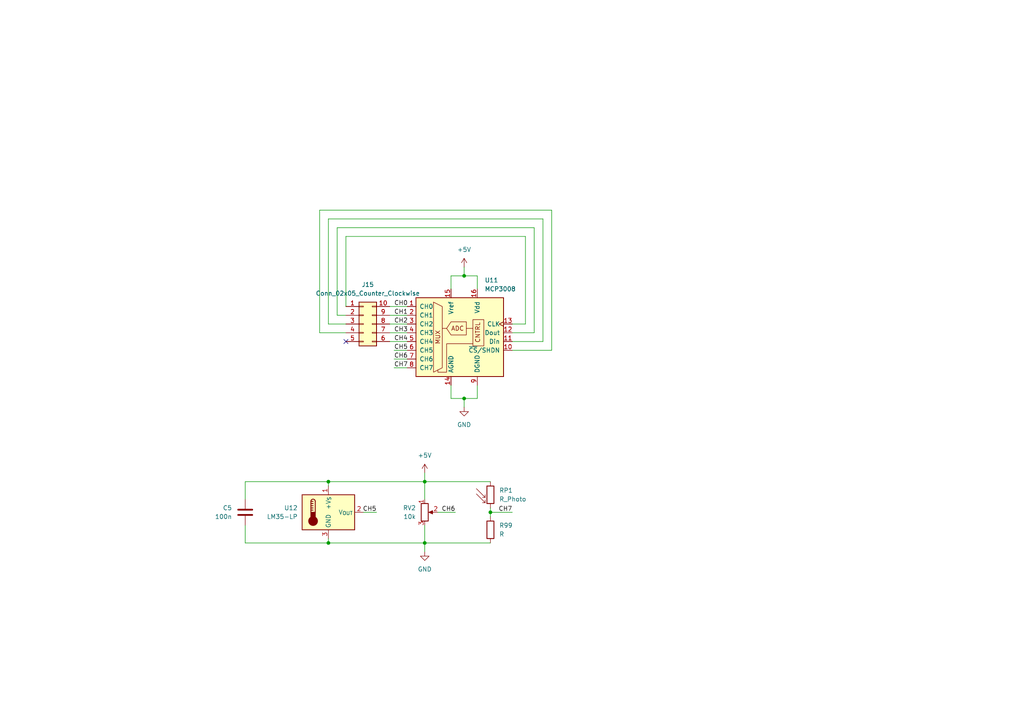
<source format=kicad_sch>
(kicad_sch (version 20250114) (generator "eeschema") (generator_version "9.0")
  (paper "A4")
  (lib_symbols
    (symbol "Analog_ADC:MCP3008" (pin_names (offset 1.016))
      (property "Reference" "U" (at -5.08 13.335 0))
      (property "Value" "MCP3008" (at -5.08 11.43 0))
      (symbol "MCP3008_0_0"
        (text "MUX" (at -6.35 -1.27 900) (effects (font (size 1.27 1.27))))
        (text "ADC" (at -0.635 1.27 0) (effects (font (size 1.27 1.27))))
        (text "CNTRL" (at 5.969 -2.921 900) (effects (font (size 1.27 1.27)) (justify left bottom)))
      )
      (symbol "MCP3008_0_1"
        (polyline (pts (xy -7.62 8.89) (xy -7.62 -11.43) (xy -5.08 -10.16) (xy -5.08 7.62) (xy -7.62 8.89)))
        (polyline (pts (xy -3.81 1.27) (xy -5.08 1.27)))
        (polyline (pts (xy 1.905 3.175) (xy 1.905 -0.635) (xy -2.54 -0.635) (xy -3.81 1.27) (xy -2.54 3.175) (xy 1.905 3.175)))
        (polyline (pts (xy 1.905 1.27) (xy 3.81 1.27)))
        (polyline (pts (xy 3.81 -3.175) (xy -3.81 -3.175) (xy -3.81 -11.43) (xy -6.35 -11.43) (xy -6.35 -10.795)))
        (rectangle (start 3.81 -3.81) (end 6.985 3.81))
        (rectangle (start 12.7 -12.7) (end -12.7 10.16) (stroke (width 0.254)) (fill (type background)))
      )
      (symbol "MCP3008_1_1"
        (pin input line (at -15.24 7.62 0) (length 2.54) (name "CH0") (number "1"))
        (pin input line (at -15.24 5.08 0) (length 2.54) (name "CH1") (number "2"))
        (pin input line (at -15.24 2.54 0) (length 2.54) (name "CH2") (number "3"))
        (pin input line (at -15.24 0 0) (length 2.54) (name "CH3") (number "4"))
        (pin input line (at -15.24 -2.54 0) (length 2.54) (name "CH4") (number "5"))
        (pin input line (at -15.24 -5.08 0) (length 2.54) (name "CH5") (number "6"))
        (pin input line (at -15.24 -7.62 0) (length 2.54) (name "CH6") (number "7"))
        (pin input line (at -15.24 -10.16 0) (length 2.54) (name "CH7") (number "8"))
        (pin power_in line (at -2.54 12.7 270) (length 2.54) (name "Vref") (number "15"))
        (pin power_in line (at -2.54 -15.24 90) (length 2.54) (name "AGND") (number "14"))
        (pin power_in line (at 5.08 12.7 270) (length 2.54) (name "Vdd") (number "16"))
        (pin power_in line (at 5.08 -15.24 90) (length 2.54) (name "DGND") (number "9"))
        (pin input clock (at 15.24 2.54 180) (length 2.54) (name "CLK") (number "13"))
        (pin output line (at 15.24 0 180) (length 2.54) (name "Dout") (number "12"))
        (pin input line (at 15.24 -2.54 180) (length 2.54) (name "Din") (number "11"))
        (pin input line (at 15.24 -5.08 180) (length 2.54) (name "~{CS}/SHDN") (number "10"))
      )
    )
    (symbol "Connector_Generic:Conn_02x05_Counter_Clockwise" (pin_names (offset 1.016) (hide yes))
      (property "Reference" "J" (at 1.27 7.62 0))
      (property "Value" "Conn_02x05_Counter_Clockwise" (at 1.27 -7.62 0))
      (symbol "Conn_02x05_Counter_Clockwise_1_1"
        (rectangle (start -1.27 6.35) (end 3.81 -6.35) (stroke (width 0.254)) (fill (type background)))
        (rectangle (start -1.27 5.207) (end 0 4.953) (stroke (width 0.1524)))
        (rectangle (start -1.27 2.667) (end 0 2.413) (stroke (width 0.1524)))
        (rectangle (start -1.27 0.127) (end 0 -0.127) (stroke (width 0.1524)))
        (rectangle (start -1.27 -2.413) (end 0 -2.667) (stroke (width 0.1524)))
        (rectangle (start -1.27 -4.953) (end 0 -5.207) (stroke (width 0.1524)))
        (rectangle (start 3.81 5.207) (end 2.54 4.953) (stroke (width 0.1524)))
        (rectangle (start 3.81 2.667) (end 2.54 2.413) (stroke (width 0.1524)))
        (rectangle (start 3.81 0.127) (end 2.54 -0.127) (stroke (width 0.1524)))
        (rectangle (start 3.81 -2.413) (end 2.54 -2.667) (stroke (width 0.1524)))
        (rectangle (start 3.81 -4.953) (end 2.54 -5.207) (stroke (width 0.1524)))
        (pin passive line (at -5.08 5.08 0) (length 3.81) (name "Pin_1") (number "1"))
        (pin passive line (at -5.08 2.54 0) (length 3.81) (name "Pin_2") (number "2"))
        (pin passive line (at -5.08 0 0) (length 3.81) (name "Pin_3") (number "3"))
        (pin passive line (at -5.08 -2.54 0) (length 3.81) (name "Pin_4") (number "4"))
        (pin passive line (at -5.08 -5.08 0) (length 3.81) (name "Pin_5") (number "5"))
        (pin passive line (at 7.62 5.08 180) (length 3.81) (name "Pin_10") (number "10"))
        (pin passive line (at 7.62 2.54 180) (length 3.81) (name "Pin_9") (number "9"))
        (pin passive line (at 7.62 0 180) (length 3.81) (name "Pin_8") (number "8"))
        (pin passive line (at 7.62 -2.54 180) (length 3.81) (name "Pin_7") (number "7"))
        (pin passive line (at 7.62 -5.08 180) (length 3.81) (name "Pin_6") (number "6"))
      )
    )
    (symbol "Device:C" (pin_numbers (hide yes)) (pin_names (offset 0.254))
      (property "Reference" "C" (at 0.635 2.54 0))
      (property "Value" "C" (at 0.635 -2.54 0))
      (symbol "C_0_1"
        (polyline (pts (xy -2.032 0.762) (xy 2.032 0.762)) (stroke (width 0.508)))
        (polyline (pts (xy -2.032 -0.762) (xy 2.032 -0.762)) (stroke (width 0.508)))
      )
      (symbol "C_1_1"
        (pin passive line (at 0 3.81 270) (length 2.794) (name "~") (number "1"))
        (pin passive line (at 0 -3.81 90) (length 2.794) (name "~") (number "2"))
      )
    )
    (symbol "Device:R" (pin_numbers (hide yes)) (pin_names (offset 0))
      (property "Reference" "R" (at 2.032 0 90))
      (property "Value" "R" (at 0 0 90))
      (symbol "R_0_1"
        (rectangle (start -1.016 -2.54) (end 1.016 2.54) (stroke (width 0.254)))
      )
      (symbol "R_1_1"
        (pin passive line (at 0 3.81 270) (length 1.27) (name "~") (number "1"))
        (pin passive line (at 0 -3.81 90) (length 1.27) (name "~") (number "2"))
      )
    )
    (symbol "Device:R_Photo" (pin_numbers (hide yes)) (pin_names (offset 0))
      (property "Reference" "R" (at 1.27 1.27 0))
      (property "Value" "R_Photo" (at 1.27 0 0))
      (symbol "R_Photo_0_1"
        (polyline (pts (xy -1.524 -0.762) (xy -4.064 1.778)))
        (polyline (pts (xy -1.524 -0.762) (xy -2.286 -0.762)))
        (polyline (pts (xy -1.524 -0.762) (xy -1.524 0)))
        (polyline (pts (xy -1.524 -2.286) (xy -4.064 0.254)))
        (polyline (pts (xy -1.524 -2.286) (xy -2.286 -2.286)))
        (polyline (pts (xy -1.524 -2.286) (xy -1.524 -1.524)))
        (rectangle (start -1.016 2.54) (end 1.016 -2.54) (stroke (width 0.254)))
      )
      (symbol "R_Photo_1_1"
        (pin passive line (at 0 3.81 270) (length 1.27) (name "~") (number "1"))
        (pin passive line (at 0 -3.81 90) (length 1.27) (name "~") (number "2"))
      )
    )
    (symbol "Device:R_Potentiometer" (pin_names (offset 1.016) (hide yes))
      (property "Reference" "RV" (at -4.445 0 90))
      (property "Value" "R_Potentiometer" (at -2.54 0 90))
      (symbol "R_Potentiometer_0_1"
        (rectangle (start 1.016 2.54) (end -1.016 -2.54) (stroke (width 0.254)))
        (polyline (pts (xy 1.143 0) (xy 2.286 0.508) (xy 2.286 -0.508) (xy 1.143 0)) (fill (type outline)))
        (polyline (pts (xy 2.54 0) (xy 1.524 0)))
      )
      (symbol "R_Potentiometer_1_1"
        (pin passive line (at 0 3.81 270) (length 1.27) (name "1") (number "1"))
        (pin passive line (at 0 -3.81 90) (length 1.27) (name "3") (number "3"))
        (pin passive line (at 3.81 0 180) (length 1.27) (name "2") (number "2"))
      )
    )
    (symbol "Sensor_Temperature:LM35-LP"
      (property "Reference" "U" (at -6.35 6.35 0))
      (property "Value" "LM35-LP" (at 1.27 6.35 0))
      (symbol "LM35-LP_0_1"
        (rectangle (start -7.62 5.08) (end 7.62 -5.08) (stroke (width 0.254)) (fill (type background)))
        (polyline (pts (xy -5.08 3.175) (xy -5.08 0)) (stroke (width 0.254)))
        (polyline (pts (xy -5.08 3.175) (xy -4.445 3.175)) (stroke (width 0.254)))
        (polyline (pts (xy -5.08 2.54) (xy -4.445 2.54)) (stroke (width 0.254)))
        (polyline (pts (xy -5.08 1.905) (xy -4.445 1.905)) (stroke (width 0.254)))
        (polyline (pts (xy -5.08 1.27) (xy -4.445 1.27)) (stroke (width 0.254)))
        (polyline (pts (xy -5.08 0.635) (xy -4.445 0.635)) (stroke (width 0.254)))
        (arc (start -5.08 3.175) (mid -4.445 3.8073) (end -3.81 3.175) (stroke (width 0.254)))
        (circle (center -4.445 -2.54) (radius 1.27) (stroke (width 0.254)) (fill (type outline)))
        (polyline (pts (xy -3.81 3.175) (xy -3.81 0)) (stroke (width 0.254)))
        (rectangle (start -3.81 -1.905) (end -5.08 0) (stroke (width 0.254)) (fill (type outline)))
      )
      (symbol "LM35-LP_1_1"
        (pin power_in line (at 0 7.62 270) (length 2.54) (name "+V_{S}") (number "1"))
        (pin power_in line (at 0 -7.62 90) (length 2.54) (name "GND") (number "3"))
        (pin output line (at 10.16 0 180) (length 2.54) (name "V_{OUT}") (number "2"))
      )
    )
    (symbol "power:+5V" (power) (pin_numbers (hide yes)) (pin_names (offset 0) (hide yes))
      (property "Value" "+5V" (at 0 3.556 0))
      (symbol "+5V_0_1"
        (polyline (pts (xy -0.762 1.27) (xy 0 2.54)))
        (polyline (pts (xy 0 2.54) (xy 0.762 1.27)))
        (polyline (pts (xy 0 0) (xy 0 2.54)))
      )
      (symbol "+5V_1_1"
        (pin power_in line (at 0 0 90) (length 0) (name "~") (number "1"))
      )
    )
    (symbol "power:GND" (power) (pin_numbers (hide yes)) (pin_names (offset 0) (hide yes))
      (property "Value" "GND" (at 0 -3.81 0))
      (symbol "GND_0_1"
        (polyline (pts (xy 0 0) (xy 0 -1.27) (xy 1.27 -1.27) (xy 0 -2.54) (xy -1.27 -1.27) (xy 0 -1.27)))
      )
      (symbol "GND_1_1"
        (pin power_in line (at 0 0 270) (length 0) (name "~") (number "1"))
      )
    )
  )
  (junction (at 123.19 157.48))
  (junction (at 95.25 139.7))
  (junction (at 134.62 80.01))
  (junction (at 134.62 115.57))
  (junction (at 123.19 139.7))
  (junction (at 95.25 157.48))
  (junction (at 142.24 148.59))
  (no_connect (at 100.33 99.06))
  (wire (pts (xy 130.81 115.57) (xy 130.81 111.76)))
  (wire (pts (xy 113.03 91.44) (xy 118.11 91.44)))
  (wire (pts (xy 160.02 101.6) (xy 148.59 101.6)))
  (wire (pts (xy 134.62 77.47) (xy 134.62 80.01)))
  (wire (pts (xy 123.19 139.7) (xy 123.19 144.78)))
  (wire (pts (xy 71.12 152.4) (xy 71.12 157.48)))
  (wire (pts (xy 152.4 68.58) (xy 152.4 93.98)))
  (wire (pts (xy 100.33 88.9) (xy 100.33 68.58)))
  (wire (pts (xy 113.03 93.98) (xy 118.11 93.98)))
  (wire (pts (xy 100.33 96.52) (xy 92.71 96.52)))
  (wire (pts (xy 142.24 139.7) (xy 123.19 139.7)))
  (wire (pts (xy 123.19 139.7) (xy 95.25 139.7)))
  (wire (pts (xy 157.48 63.5) (xy 95.25 63.5)))
  (wire (pts (xy 95.25 157.48) (xy 95.25 156.21)))
  (wire (pts (xy 123.19 152.4) (xy 123.19 157.48)))
  (wire (pts (xy 113.03 96.52) (xy 118.11 96.52)))
  (wire (pts (xy 157.48 99.06) (xy 157.48 63.5)))
  (wire (pts (xy 134.62 118.11) (xy 134.62 115.57)))
  (wire (pts (xy 123.19 160.02) (xy 123.19 157.48)))
  (wire (pts (xy 142.24 148.59) (xy 142.24 147.32)))
  (wire (pts (xy 71.12 139.7) (xy 95.25 139.7)))
  (wire (pts (xy 71.12 157.48) (xy 95.25 157.48)))
  (wire (pts (xy 132.08 148.59) (xy 127 148.59)))
  (wire (pts (xy 138.43 115.57) (xy 134.62 115.57)))
  (wire (pts (xy 123.19 137.16) (xy 123.19 139.7)))
  (wire (pts (xy 134.62 115.57) (xy 130.81 115.57)))
  (wire (pts (xy 154.94 96.52) (xy 148.59 96.52)))
  (wire (pts (xy 92.71 60.96) (xy 160.02 60.96)))
  (wire (pts (xy 138.43 115.57) (xy 138.43 111.76)))
  (wire (pts (xy 160.02 60.96) (xy 160.02 101.6)))
  (wire (pts (xy 100.33 91.44) (xy 97.79 91.44)))
  (wire (pts (xy 138.43 80.01) (xy 138.43 83.82)))
  (wire (pts (xy 130.81 80.01) (xy 134.62 80.01)))
  (wire (pts (xy 97.79 66.04) (xy 154.94 66.04)))
  (wire (pts (xy 71.12 144.78) (xy 71.12 139.7)))
  (wire (pts (xy 92.71 96.52) (xy 92.71 60.96)))
  (wire (pts (xy 97.79 91.44) (xy 97.79 66.04)))
  (wire (pts (xy 95.25 139.7) (xy 95.25 140.97)))
  (wire (pts (xy 130.81 80.01) (xy 130.81 83.82)))
  (wire (pts (xy 134.62 80.01) (xy 138.43 80.01)))
  (wire (pts (xy 152.4 93.98) (xy 148.59 93.98)))
  (wire (pts (xy 154.94 66.04) (xy 154.94 96.52)))
  (wire (pts (xy 148.59 148.59) (xy 142.24 148.59)))
  (wire (pts (xy 95.25 93.98) (xy 100.33 93.98)))
  (wire (pts (xy 95.25 63.5) (xy 95.25 93.98)))
  (wire (pts (xy 148.59 99.06) (xy 157.48 99.06)))
  (wire (pts (xy 114.3 101.6) (xy 118.11 101.6)))
  (wire (pts (xy 142.24 149.86) (xy 142.24 148.59)))
  (wire (pts (xy 113.03 99.06) (xy 118.11 99.06)))
  (wire (pts (xy 142.24 157.48) (xy 123.19 157.48)))
  (wire (pts (xy 100.33 68.58) (xy 152.4 68.58)))
  (wire (pts (xy 114.3 106.68) (xy 118.11 106.68)))
  (wire (pts (xy 95.25 157.48) (xy 123.19 157.48)))
  (wire (pts (xy 113.03 88.9) (xy 118.11 88.9)))
  (wire (pts (xy 109.22 148.59) (xy 105.41 148.59)))
  (wire (pts (xy 114.3 104.14) (xy 118.11 104.14)))
  (label "CH7" (at 148.59 148.59 180))
  (label "CH0" (at 114.3 88.9 0))
  (label "CH4" (at 114.3 99.06 0))
  (label "CH6" (at 114.3 104.14 0))
  (label "CH1" (at 114.3 91.44 0))
  (label "CH5" (at 114.3 101.6 0))
  (label "CH3" (at 114.3 96.52 0))
  (label "CH6" (at 132.08 148.59 180))
  (label "CH2" (at 114.3 93.98 0))
  (label "CH5" (at 109.22 148.59 180))
  (label "CH7" (at 114.3 106.68 0))
  (symbol (lib_id "Device:R_Potentiometer") (at 123.19 148.59 0) (unit 1)
    (property "Reference" "RV2" (at 120.65 147.3199 0) (effects (justify right)))
    (property "Value" "10k" (at 120.65 149.8599 0) (effects (justify right)))
    (property "Description" "Potentiometer" (effects (hide yes)))
  )
  (symbol (lib_id "power:+5V") (at 123.19 137.16 0) (unit 1)
    (property "Reference" "#PWR025" (effects (hide yes)))
    (property "Value" "+5V" (at 123.19 132.08 0))
    (property "Description" "Power symbol creates a global label with name \"+5V\"" (effects (hide yes)))
  )
  (symbol (lib_id "Analog_ADC:MCP3008") (at 133.35 96.52 0) (unit 1)
    (property "Reference" "U11" (at 140.5733 81.28 0) (effects (justify left)))
    (property "Value" "MCP3008" (at 140.5733 83.82 0) (effects (justify left)))
    (property "Datasheet" "http://ww1.microchip.com/downloads/en/DeviceDoc/21295d.pdf" (effects (hide yes)))
    (property "Description" "A/D Converter, 10-Bit, 8-Channel, SPI Interface , 2.7V-5.5V" (effects (hide yes)))
  )
  (symbol (lib_id "Device:C") (at 71.12 148.59 0) (mirror y) (unit 1)
    (property "Reference" "C5" (at 67.31 147.3199 0) (effects (justify left)))
    (property "Value" "100n" (at 67.31 149.8599 0) (effects (justify left)))
    (property "Footprint" "Capacitor_SMD:C_1206_3216Metric" (effects (hide yes)))
    (property "Description" "Unpolarized capacitor" (effects (hide yes)))
  )
  (symbol (lib_id "power:+5V") (at 134.62 77.47 0) (unit 1)
    (property "Reference" "#PWR0103" (effects (hide yes)))
    (property "Value" "+5V" (at 134.62 72.39 0))
    (property "Description" "Power symbol creates a global label with name \"+5V\"" (effects (hide yes)))
  )
  (symbol (lib_id "Device:R_Photo") (at 142.24 143.51 0) (unit 1)
    (property "Reference" "RP1" (at 144.78 142.2399 0) (effects (justify left)))
    (property "Value" "R_Photo" (at 144.78 144.7799 0) (effects (justify left)))
    (property "Description" "Photoresistor" (effects (hide yes)))
  )
  (symbol (lib_id "power:GND") (at 134.62 118.11 0) (unit 1)
    (property "Reference" "#PWR010" (effects (hide yes)))
    (property "Value" "GND" (at 134.62 123.19 0))
    (property "Description" "Power symbol creates a global label with name \"GND\" , ground" (effects (hide yes)))
  )
  (symbol (lib_id "power:GND") (at 123.19 160.02 0) (unit 1)
    (property "Reference" "#PWR026" (effects (hide yes)))
    (property "Value" "GND" (at 123.19 165.1 0))
    (property "Description" "Power symbol creates a global label with name \"GND\" , ground" (effects (hide yes)))
  )
  (symbol (lib_id "Device:R") (at 142.24 153.67 0) (unit 1)
    (property "Reference" "R99" (at 144.78 152.3999 0) (effects (justify left)))
    (property "Value" "R" (at 144.78 154.9399 0) (effects (justify left)))
    (property "Footprint" "Resistor_SMD:R_1206_3216Metric" (effects (hide yes)))
    (property "Description" "Resistor" (effects (hide yes)))
  )
  (symbol (lib_id "Sensor_Temperature:LM35-LP") (at 95.25 148.59 0) (unit 1)
    (property "Reference" "U12" (at 86.36 147.3199 0) (effects (justify right)))
    (property "Value" "LM35-LP" (at 86.36 149.8599 0) (effects (justify right)))
    (property "Footprint" "Package_TO_SOT_THT:TO-92_Inline" (effects (hide yes)))
    (property "Datasheet" "http://www.ti.com/lit/ds/symlink/lm35.pdf" (effects (hide yes)))
    (property "Description" "Precision centigrade temperature sensor, TO-92" (effects (hide yes)))
  )
  (symbol (lib_id "Connector_Generic:Conn_02x05_Counter_Clockwise") (at 105.41 93.98 0) (unit 1)
    (property "Reference" "J15" (at 106.68 82.55 0))
    (property "Value" "Conn_02x05_Counter_Clockwise" (at 106.68 85.09 0))
    (property "Description" "Generic connector, double row, 02x05, counter clockwise pin numbering scheme (similar to DIP package numbering), script generated (kicad-library-utils/schlib/autogen/connector/)" (effects (hide yes)))
  )
)
</source>
